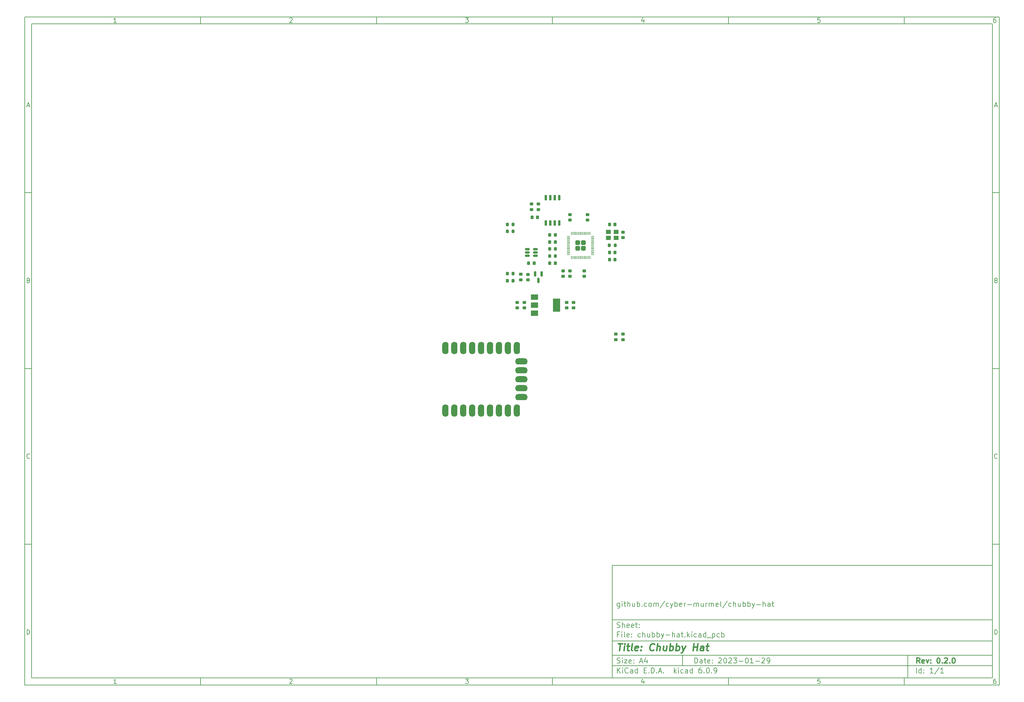
<source format=gbr>
%TF.GenerationSoftware,KiCad,Pcbnew,6.0.9*%
%TF.CreationDate,2023-01-30T01:56:59+01:00*%
%TF.ProjectId,chubby-hat,63687562-6279-42d6-9861-742e6b696361,0.2.0*%
%TF.SameCoordinates,Original*%
%TF.FileFunction,Paste,Bot*%
%TF.FilePolarity,Positive*%
%FSLAX46Y46*%
G04 Gerber Fmt 4.6, Leading zero omitted, Abs format (unit mm)*
G04 Created by KiCad (PCBNEW 6.0.9) date 2023-01-30 01:56:59*
%MOMM*%
%LPD*%
G01*
G04 APERTURE LIST*
G04 Aperture macros list*
%AMRoundRect*
0 Rectangle with rounded corners*
0 $1 Rounding radius*
0 $2 $3 $4 $5 $6 $7 $8 $9 X,Y pos of 4 corners*
0 Add a 4 corners polygon primitive as box body*
4,1,4,$2,$3,$4,$5,$6,$7,$8,$9,$2,$3,0*
0 Add four circle primitives for the rounded corners*
1,1,$1+$1,$2,$3*
1,1,$1+$1,$4,$5*
1,1,$1+$1,$6,$7*
1,1,$1+$1,$8,$9*
0 Add four rect primitives between the rounded corners*
20,1,$1+$1,$2,$3,$4,$5,0*
20,1,$1+$1,$4,$5,$6,$7,0*
20,1,$1+$1,$6,$7,$8,$9,0*
20,1,$1+$1,$8,$9,$2,$3,0*%
G04 Aperture macros list end*
%ADD10C,0.100000*%
%ADD11C,0.150000*%
%ADD12C,0.300000*%
%ADD13C,0.400000*%
%ADD14R,1.400000X1.200000*%
%ADD15RoundRect,0.225000X-0.225000X-0.250000X0.225000X-0.250000X0.225000X0.250000X-0.225000X0.250000X0*%
%ADD16RoundRect,0.200000X-0.200000X-0.275000X0.200000X-0.275000X0.200000X0.275000X-0.200000X0.275000X0*%
%ADD17RoundRect,0.200000X0.200000X0.275000X-0.200000X0.275000X-0.200000X-0.275000X0.200000X-0.275000X0*%
%ADD18RoundRect,0.218750X0.256250X-0.218750X0.256250X0.218750X-0.256250X0.218750X-0.256250X-0.218750X0*%
%ADD19RoundRect,0.225000X0.250000X-0.225000X0.250000X0.225000X-0.250000X0.225000X-0.250000X-0.225000X0*%
%ADD20RoundRect,0.225000X0.225000X0.250000X-0.225000X0.250000X-0.225000X-0.250000X0.225000X-0.250000X0*%
%ADD21RoundRect,0.225000X-0.250000X0.225000X-0.250000X-0.225000X0.250000X-0.225000X0.250000X0.225000X0*%
%ADD22RoundRect,0.150000X0.512500X0.150000X-0.512500X0.150000X-0.512500X-0.150000X0.512500X-0.150000X0*%
%ADD23RoundRect,0.249999X-0.395001X0.395001X-0.395001X-0.395001X0.395001X-0.395001X0.395001X0.395001X0*%
%ADD24RoundRect,0.050000X-0.050000X0.387500X-0.050000X-0.387500X0.050000X-0.387500X0.050000X0.387500X0*%
%ADD25RoundRect,0.050000X-0.387500X0.050000X-0.387500X-0.050000X0.387500X-0.050000X0.387500X0.050000X0*%
%ADD26RoundRect,0.150000X-0.150000X0.650000X-0.150000X-0.650000X0.150000X-0.650000X0.150000X0.650000X0*%
%ADD27R,2.000000X1.500000*%
%ADD28R,2.000000X3.800000*%
%ADD29RoundRect,0.200000X0.275000X-0.200000X0.275000X0.200000X-0.275000X0.200000X-0.275000X-0.200000X0*%
%ADD30O,1.778000X3.556000*%
%ADD31O,3.556000X1.778000*%
%ADD32RoundRect,0.150000X-0.150000X0.587500X-0.150000X-0.587500X0.150000X-0.587500X0.150000X0.587500X0*%
G04 APERTURE END LIST*
D10*
D11*
X177002200Y-166007200D02*
X177002200Y-198007200D01*
X285002200Y-198007200D01*
X285002200Y-166007200D01*
X177002200Y-166007200D01*
D10*
D11*
X10000000Y-10000000D02*
X10000000Y-200007200D01*
X287002200Y-200007200D01*
X287002200Y-10000000D01*
X10000000Y-10000000D01*
D10*
D11*
X12000000Y-12000000D02*
X12000000Y-198007200D01*
X285002200Y-198007200D01*
X285002200Y-12000000D01*
X12000000Y-12000000D01*
D10*
D11*
X60000000Y-12000000D02*
X60000000Y-10000000D01*
D10*
D11*
X110000000Y-12000000D02*
X110000000Y-10000000D01*
D10*
D11*
X160000000Y-12000000D02*
X160000000Y-10000000D01*
D10*
D11*
X210000000Y-12000000D02*
X210000000Y-10000000D01*
D10*
D11*
X260000000Y-12000000D02*
X260000000Y-10000000D01*
D10*
D11*
X36065476Y-11588095D02*
X35322619Y-11588095D01*
X35694047Y-11588095D02*
X35694047Y-10288095D01*
X35570238Y-10473809D01*
X35446428Y-10597619D01*
X35322619Y-10659523D01*
D10*
D11*
X85322619Y-10411904D02*
X85384523Y-10350000D01*
X85508333Y-10288095D01*
X85817857Y-10288095D01*
X85941666Y-10350000D01*
X86003571Y-10411904D01*
X86065476Y-10535714D01*
X86065476Y-10659523D01*
X86003571Y-10845238D01*
X85260714Y-11588095D01*
X86065476Y-11588095D01*
D10*
D11*
X135260714Y-10288095D02*
X136065476Y-10288095D01*
X135632142Y-10783333D01*
X135817857Y-10783333D01*
X135941666Y-10845238D01*
X136003571Y-10907142D01*
X136065476Y-11030952D01*
X136065476Y-11340476D01*
X136003571Y-11464285D01*
X135941666Y-11526190D01*
X135817857Y-11588095D01*
X135446428Y-11588095D01*
X135322619Y-11526190D01*
X135260714Y-11464285D01*
D10*
D11*
X185941666Y-10721428D02*
X185941666Y-11588095D01*
X185632142Y-10226190D02*
X185322619Y-11154761D01*
X186127380Y-11154761D01*
D10*
D11*
X236003571Y-10288095D02*
X235384523Y-10288095D01*
X235322619Y-10907142D01*
X235384523Y-10845238D01*
X235508333Y-10783333D01*
X235817857Y-10783333D01*
X235941666Y-10845238D01*
X236003571Y-10907142D01*
X236065476Y-11030952D01*
X236065476Y-11340476D01*
X236003571Y-11464285D01*
X235941666Y-11526190D01*
X235817857Y-11588095D01*
X235508333Y-11588095D01*
X235384523Y-11526190D01*
X235322619Y-11464285D01*
D10*
D11*
X285941666Y-10288095D02*
X285694047Y-10288095D01*
X285570238Y-10350000D01*
X285508333Y-10411904D01*
X285384523Y-10597619D01*
X285322619Y-10845238D01*
X285322619Y-11340476D01*
X285384523Y-11464285D01*
X285446428Y-11526190D01*
X285570238Y-11588095D01*
X285817857Y-11588095D01*
X285941666Y-11526190D01*
X286003571Y-11464285D01*
X286065476Y-11340476D01*
X286065476Y-11030952D01*
X286003571Y-10907142D01*
X285941666Y-10845238D01*
X285817857Y-10783333D01*
X285570238Y-10783333D01*
X285446428Y-10845238D01*
X285384523Y-10907142D01*
X285322619Y-11030952D01*
D10*
D11*
X60000000Y-198007200D02*
X60000000Y-200007200D01*
D10*
D11*
X110000000Y-198007200D02*
X110000000Y-200007200D01*
D10*
D11*
X160000000Y-198007200D02*
X160000000Y-200007200D01*
D10*
D11*
X210000000Y-198007200D02*
X210000000Y-200007200D01*
D10*
D11*
X260000000Y-198007200D02*
X260000000Y-200007200D01*
D10*
D11*
X36065476Y-199595295D02*
X35322619Y-199595295D01*
X35694047Y-199595295D02*
X35694047Y-198295295D01*
X35570238Y-198481009D01*
X35446428Y-198604819D01*
X35322619Y-198666723D01*
D10*
D11*
X85322619Y-198419104D02*
X85384523Y-198357200D01*
X85508333Y-198295295D01*
X85817857Y-198295295D01*
X85941666Y-198357200D01*
X86003571Y-198419104D01*
X86065476Y-198542914D01*
X86065476Y-198666723D01*
X86003571Y-198852438D01*
X85260714Y-199595295D01*
X86065476Y-199595295D01*
D10*
D11*
X135260714Y-198295295D02*
X136065476Y-198295295D01*
X135632142Y-198790533D01*
X135817857Y-198790533D01*
X135941666Y-198852438D01*
X136003571Y-198914342D01*
X136065476Y-199038152D01*
X136065476Y-199347676D01*
X136003571Y-199471485D01*
X135941666Y-199533390D01*
X135817857Y-199595295D01*
X135446428Y-199595295D01*
X135322619Y-199533390D01*
X135260714Y-199471485D01*
D10*
D11*
X185941666Y-198728628D02*
X185941666Y-199595295D01*
X185632142Y-198233390D02*
X185322619Y-199161961D01*
X186127380Y-199161961D01*
D10*
D11*
X236003571Y-198295295D02*
X235384523Y-198295295D01*
X235322619Y-198914342D01*
X235384523Y-198852438D01*
X235508333Y-198790533D01*
X235817857Y-198790533D01*
X235941666Y-198852438D01*
X236003571Y-198914342D01*
X236065476Y-199038152D01*
X236065476Y-199347676D01*
X236003571Y-199471485D01*
X235941666Y-199533390D01*
X235817857Y-199595295D01*
X235508333Y-199595295D01*
X235384523Y-199533390D01*
X235322619Y-199471485D01*
D10*
D11*
X285941666Y-198295295D02*
X285694047Y-198295295D01*
X285570238Y-198357200D01*
X285508333Y-198419104D01*
X285384523Y-198604819D01*
X285322619Y-198852438D01*
X285322619Y-199347676D01*
X285384523Y-199471485D01*
X285446428Y-199533390D01*
X285570238Y-199595295D01*
X285817857Y-199595295D01*
X285941666Y-199533390D01*
X286003571Y-199471485D01*
X286065476Y-199347676D01*
X286065476Y-199038152D01*
X286003571Y-198914342D01*
X285941666Y-198852438D01*
X285817857Y-198790533D01*
X285570238Y-198790533D01*
X285446428Y-198852438D01*
X285384523Y-198914342D01*
X285322619Y-199038152D01*
D10*
D11*
X10000000Y-60000000D02*
X12000000Y-60000000D01*
D10*
D11*
X10000000Y-110000000D02*
X12000000Y-110000000D01*
D10*
D11*
X10000000Y-160000000D02*
X12000000Y-160000000D01*
D10*
D11*
X10690476Y-35216666D02*
X11309523Y-35216666D01*
X10566666Y-35588095D02*
X11000000Y-34288095D01*
X11433333Y-35588095D01*
D10*
D11*
X11092857Y-84907142D02*
X11278571Y-84969047D01*
X11340476Y-85030952D01*
X11402380Y-85154761D01*
X11402380Y-85340476D01*
X11340476Y-85464285D01*
X11278571Y-85526190D01*
X11154761Y-85588095D01*
X10659523Y-85588095D01*
X10659523Y-84288095D01*
X11092857Y-84288095D01*
X11216666Y-84350000D01*
X11278571Y-84411904D01*
X11340476Y-84535714D01*
X11340476Y-84659523D01*
X11278571Y-84783333D01*
X11216666Y-84845238D01*
X11092857Y-84907142D01*
X10659523Y-84907142D01*
D10*
D11*
X11402380Y-135464285D02*
X11340476Y-135526190D01*
X11154761Y-135588095D01*
X11030952Y-135588095D01*
X10845238Y-135526190D01*
X10721428Y-135402380D01*
X10659523Y-135278571D01*
X10597619Y-135030952D01*
X10597619Y-134845238D01*
X10659523Y-134597619D01*
X10721428Y-134473809D01*
X10845238Y-134350000D01*
X11030952Y-134288095D01*
X11154761Y-134288095D01*
X11340476Y-134350000D01*
X11402380Y-134411904D01*
D10*
D11*
X10659523Y-185588095D02*
X10659523Y-184288095D01*
X10969047Y-184288095D01*
X11154761Y-184350000D01*
X11278571Y-184473809D01*
X11340476Y-184597619D01*
X11402380Y-184845238D01*
X11402380Y-185030952D01*
X11340476Y-185278571D01*
X11278571Y-185402380D01*
X11154761Y-185526190D01*
X10969047Y-185588095D01*
X10659523Y-185588095D01*
D10*
D11*
X287002200Y-60000000D02*
X285002200Y-60000000D01*
D10*
D11*
X287002200Y-110000000D02*
X285002200Y-110000000D01*
D10*
D11*
X287002200Y-160000000D02*
X285002200Y-160000000D01*
D10*
D11*
X285692676Y-35216666D02*
X286311723Y-35216666D01*
X285568866Y-35588095D02*
X286002200Y-34288095D01*
X286435533Y-35588095D01*
D10*
D11*
X286095057Y-84907142D02*
X286280771Y-84969047D01*
X286342676Y-85030952D01*
X286404580Y-85154761D01*
X286404580Y-85340476D01*
X286342676Y-85464285D01*
X286280771Y-85526190D01*
X286156961Y-85588095D01*
X285661723Y-85588095D01*
X285661723Y-84288095D01*
X286095057Y-84288095D01*
X286218866Y-84350000D01*
X286280771Y-84411904D01*
X286342676Y-84535714D01*
X286342676Y-84659523D01*
X286280771Y-84783333D01*
X286218866Y-84845238D01*
X286095057Y-84907142D01*
X285661723Y-84907142D01*
D10*
D11*
X286404580Y-135464285D02*
X286342676Y-135526190D01*
X286156961Y-135588095D01*
X286033152Y-135588095D01*
X285847438Y-135526190D01*
X285723628Y-135402380D01*
X285661723Y-135278571D01*
X285599819Y-135030952D01*
X285599819Y-134845238D01*
X285661723Y-134597619D01*
X285723628Y-134473809D01*
X285847438Y-134350000D01*
X286033152Y-134288095D01*
X286156961Y-134288095D01*
X286342676Y-134350000D01*
X286404580Y-134411904D01*
D10*
D11*
X285661723Y-185588095D02*
X285661723Y-184288095D01*
X285971247Y-184288095D01*
X286156961Y-184350000D01*
X286280771Y-184473809D01*
X286342676Y-184597619D01*
X286404580Y-184845238D01*
X286404580Y-185030952D01*
X286342676Y-185278571D01*
X286280771Y-185402380D01*
X286156961Y-185526190D01*
X285971247Y-185588095D01*
X285661723Y-185588095D01*
D10*
D11*
X200434342Y-193785771D02*
X200434342Y-192285771D01*
X200791485Y-192285771D01*
X201005771Y-192357200D01*
X201148628Y-192500057D01*
X201220057Y-192642914D01*
X201291485Y-192928628D01*
X201291485Y-193142914D01*
X201220057Y-193428628D01*
X201148628Y-193571485D01*
X201005771Y-193714342D01*
X200791485Y-193785771D01*
X200434342Y-193785771D01*
X202577200Y-193785771D02*
X202577200Y-193000057D01*
X202505771Y-192857200D01*
X202362914Y-192785771D01*
X202077200Y-192785771D01*
X201934342Y-192857200D01*
X202577200Y-193714342D02*
X202434342Y-193785771D01*
X202077200Y-193785771D01*
X201934342Y-193714342D01*
X201862914Y-193571485D01*
X201862914Y-193428628D01*
X201934342Y-193285771D01*
X202077200Y-193214342D01*
X202434342Y-193214342D01*
X202577200Y-193142914D01*
X203077200Y-192785771D02*
X203648628Y-192785771D01*
X203291485Y-192285771D02*
X203291485Y-193571485D01*
X203362914Y-193714342D01*
X203505771Y-193785771D01*
X203648628Y-193785771D01*
X204720057Y-193714342D02*
X204577200Y-193785771D01*
X204291485Y-193785771D01*
X204148628Y-193714342D01*
X204077200Y-193571485D01*
X204077200Y-193000057D01*
X204148628Y-192857200D01*
X204291485Y-192785771D01*
X204577200Y-192785771D01*
X204720057Y-192857200D01*
X204791485Y-193000057D01*
X204791485Y-193142914D01*
X204077200Y-193285771D01*
X205434342Y-193642914D02*
X205505771Y-193714342D01*
X205434342Y-193785771D01*
X205362914Y-193714342D01*
X205434342Y-193642914D01*
X205434342Y-193785771D01*
X205434342Y-192857200D02*
X205505771Y-192928628D01*
X205434342Y-193000057D01*
X205362914Y-192928628D01*
X205434342Y-192857200D01*
X205434342Y-193000057D01*
X207220057Y-192428628D02*
X207291485Y-192357200D01*
X207434342Y-192285771D01*
X207791485Y-192285771D01*
X207934342Y-192357200D01*
X208005771Y-192428628D01*
X208077200Y-192571485D01*
X208077200Y-192714342D01*
X208005771Y-192928628D01*
X207148628Y-193785771D01*
X208077200Y-193785771D01*
X209005771Y-192285771D02*
X209148628Y-192285771D01*
X209291485Y-192357200D01*
X209362914Y-192428628D01*
X209434342Y-192571485D01*
X209505771Y-192857200D01*
X209505771Y-193214342D01*
X209434342Y-193500057D01*
X209362914Y-193642914D01*
X209291485Y-193714342D01*
X209148628Y-193785771D01*
X209005771Y-193785771D01*
X208862914Y-193714342D01*
X208791485Y-193642914D01*
X208720057Y-193500057D01*
X208648628Y-193214342D01*
X208648628Y-192857200D01*
X208720057Y-192571485D01*
X208791485Y-192428628D01*
X208862914Y-192357200D01*
X209005771Y-192285771D01*
X210077200Y-192428628D02*
X210148628Y-192357200D01*
X210291485Y-192285771D01*
X210648628Y-192285771D01*
X210791485Y-192357200D01*
X210862914Y-192428628D01*
X210934342Y-192571485D01*
X210934342Y-192714342D01*
X210862914Y-192928628D01*
X210005771Y-193785771D01*
X210934342Y-193785771D01*
X211434342Y-192285771D02*
X212362914Y-192285771D01*
X211862914Y-192857200D01*
X212077200Y-192857200D01*
X212220057Y-192928628D01*
X212291485Y-193000057D01*
X212362914Y-193142914D01*
X212362914Y-193500057D01*
X212291485Y-193642914D01*
X212220057Y-193714342D01*
X212077200Y-193785771D01*
X211648628Y-193785771D01*
X211505771Y-193714342D01*
X211434342Y-193642914D01*
X213005771Y-193214342D02*
X214148628Y-193214342D01*
X215148628Y-192285771D02*
X215291485Y-192285771D01*
X215434342Y-192357200D01*
X215505771Y-192428628D01*
X215577200Y-192571485D01*
X215648628Y-192857200D01*
X215648628Y-193214342D01*
X215577200Y-193500057D01*
X215505771Y-193642914D01*
X215434342Y-193714342D01*
X215291485Y-193785771D01*
X215148628Y-193785771D01*
X215005771Y-193714342D01*
X214934342Y-193642914D01*
X214862914Y-193500057D01*
X214791485Y-193214342D01*
X214791485Y-192857200D01*
X214862914Y-192571485D01*
X214934342Y-192428628D01*
X215005771Y-192357200D01*
X215148628Y-192285771D01*
X217077200Y-193785771D02*
X216220057Y-193785771D01*
X216648628Y-193785771D02*
X216648628Y-192285771D01*
X216505771Y-192500057D01*
X216362914Y-192642914D01*
X216220057Y-192714342D01*
X217720057Y-193214342D02*
X218862914Y-193214342D01*
X219505771Y-192428628D02*
X219577200Y-192357200D01*
X219720057Y-192285771D01*
X220077200Y-192285771D01*
X220220057Y-192357200D01*
X220291485Y-192428628D01*
X220362914Y-192571485D01*
X220362914Y-192714342D01*
X220291485Y-192928628D01*
X219434342Y-193785771D01*
X220362914Y-193785771D01*
X221077200Y-193785771D02*
X221362914Y-193785771D01*
X221505771Y-193714342D01*
X221577200Y-193642914D01*
X221720057Y-193428628D01*
X221791485Y-193142914D01*
X221791485Y-192571485D01*
X221720057Y-192428628D01*
X221648628Y-192357200D01*
X221505771Y-192285771D01*
X221220057Y-192285771D01*
X221077200Y-192357200D01*
X221005771Y-192428628D01*
X220934342Y-192571485D01*
X220934342Y-192928628D01*
X221005771Y-193071485D01*
X221077200Y-193142914D01*
X221220057Y-193214342D01*
X221505771Y-193214342D01*
X221648628Y-193142914D01*
X221720057Y-193071485D01*
X221791485Y-192928628D01*
D10*
D11*
X177002200Y-194507200D02*
X285002200Y-194507200D01*
D10*
D11*
X178434342Y-196585771D02*
X178434342Y-195085771D01*
X179291485Y-196585771D02*
X178648628Y-195728628D01*
X179291485Y-195085771D02*
X178434342Y-195942914D01*
X179934342Y-196585771D02*
X179934342Y-195585771D01*
X179934342Y-195085771D02*
X179862914Y-195157200D01*
X179934342Y-195228628D01*
X180005771Y-195157200D01*
X179934342Y-195085771D01*
X179934342Y-195228628D01*
X181505771Y-196442914D02*
X181434342Y-196514342D01*
X181220057Y-196585771D01*
X181077200Y-196585771D01*
X180862914Y-196514342D01*
X180720057Y-196371485D01*
X180648628Y-196228628D01*
X180577200Y-195942914D01*
X180577200Y-195728628D01*
X180648628Y-195442914D01*
X180720057Y-195300057D01*
X180862914Y-195157200D01*
X181077200Y-195085771D01*
X181220057Y-195085771D01*
X181434342Y-195157200D01*
X181505771Y-195228628D01*
X182791485Y-196585771D02*
X182791485Y-195800057D01*
X182720057Y-195657200D01*
X182577200Y-195585771D01*
X182291485Y-195585771D01*
X182148628Y-195657200D01*
X182791485Y-196514342D02*
X182648628Y-196585771D01*
X182291485Y-196585771D01*
X182148628Y-196514342D01*
X182077200Y-196371485D01*
X182077200Y-196228628D01*
X182148628Y-196085771D01*
X182291485Y-196014342D01*
X182648628Y-196014342D01*
X182791485Y-195942914D01*
X184148628Y-196585771D02*
X184148628Y-195085771D01*
X184148628Y-196514342D02*
X184005771Y-196585771D01*
X183720057Y-196585771D01*
X183577200Y-196514342D01*
X183505771Y-196442914D01*
X183434342Y-196300057D01*
X183434342Y-195871485D01*
X183505771Y-195728628D01*
X183577200Y-195657200D01*
X183720057Y-195585771D01*
X184005771Y-195585771D01*
X184148628Y-195657200D01*
X186005771Y-195800057D02*
X186505771Y-195800057D01*
X186720057Y-196585771D02*
X186005771Y-196585771D01*
X186005771Y-195085771D01*
X186720057Y-195085771D01*
X187362914Y-196442914D02*
X187434342Y-196514342D01*
X187362914Y-196585771D01*
X187291485Y-196514342D01*
X187362914Y-196442914D01*
X187362914Y-196585771D01*
X188077200Y-196585771D02*
X188077200Y-195085771D01*
X188434342Y-195085771D01*
X188648628Y-195157200D01*
X188791485Y-195300057D01*
X188862914Y-195442914D01*
X188934342Y-195728628D01*
X188934342Y-195942914D01*
X188862914Y-196228628D01*
X188791485Y-196371485D01*
X188648628Y-196514342D01*
X188434342Y-196585771D01*
X188077200Y-196585771D01*
X189577200Y-196442914D02*
X189648628Y-196514342D01*
X189577200Y-196585771D01*
X189505771Y-196514342D01*
X189577200Y-196442914D01*
X189577200Y-196585771D01*
X190220057Y-196157200D02*
X190934342Y-196157200D01*
X190077200Y-196585771D02*
X190577200Y-195085771D01*
X191077200Y-196585771D01*
X191577200Y-196442914D02*
X191648628Y-196514342D01*
X191577200Y-196585771D01*
X191505771Y-196514342D01*
X191577200Y-196442914D01*
X191577200Y-196585771D01*
X194577200Y-196585771D02*
X194577200Y-195085771D01*
X194720057Y-196014342D02*
X195148628Y-196585771D01*
X195148628Y-195585771D02*
X194577200Y-196157200D01*
X195791485Y-196585771D02*
X195791485Y-195585771D01*
X195791485Y-195085771D02*
X195720057Y-195157200D01*
X195791485Y-195228628D01*
X195862914Y-195157200D01*
X195791485Y-195085771D01*
X195791485Y-195228628D01*
X197148628Y-196514342D02*
X197005771Y-196585771D01*
X196720057Y-196585771D01*
X196577200Y-196514342D01*
X196505771Y-196442914D01*
X196434342Y-196300057D01*
X196434342Y-195871485D01*
X196505771Y-195728628D01*
X196577200Y-195657200D01*
X196720057Y-195585771D01*
X197005771Y-195585771D01*
X197148628Y-195657200D01*
X198434342Y-196585771D02*
X198434342Y-195800057D01*
X198362914Y-195657200D01*
X198220057Y-195585771D01*
X197934342Y-195585771D01*
X197791485Y-195657200D01*
X198434342Y-196514342D02*
X198291485Y-196585771D01*
X197934342Y-196585771D01*
X197791485Y-196514342D01*
X197720057Y-196371485D01*
X197720057Y-196228628D01*
X197791485Y-196085771D01*
X197934342Y-196014342D01*
X198291485Y-196014342D01*
X198434342Y-195942914D01*
X199791485Y-196585771D02*
X199791485Y-195085771D01*
X199791485Y-196514342D02*
X199648628Y-196585771D01*
X199362914Y-196585771D01*
X199220057Y-196514342D01*
X199148628Y-196442914D01*
X199077200Y-196300057D01*
X199077200Y-195871485D01*
X199148628Y-195728628D01*
X199220057Y-195657200D01*
X199362914Y-195585771D01*
X199648628Y-195585771D01*
X199791485Y-195657200D01*
X202291485Y-195085771D02*
X202005771Y-195085771D01*
X201862914Y-195157200D01*
X201791485Y-195228628D01*
X201648628Y-195442914D01*
X201577200Y-195728628D01*
X201577200Y-196300057D01*
X201648628Y-196442914D01*
X201720057Y-196514342D01*
X201862914Y-196585771D01*
X202148628Y-196585771D01*
X202291485Y-196514342D01*
X202362914Y-196442914D01*
X202434342Y-196300057D01*
X202434342Y-195942914D01*
X202362914Y-195800057D01*
X202291485Y-195728628D01*
X202148628Y-195657200D01*
X201862914Y-195657200D01*
X201720057Y-195728628D01*
X201648628Y-195800057D01*
X201577200Y-195942914D01*
X203077200Y-196442914D02*
X203148628Y-196514342D01*
X203077200Y-196585771D01*
X203005771Y-196514342D01*
X203077200Y-196442914D01*
X203077200Y-196585771D01*
X204077200Y-195085771D02*
X204220057Y-195085771D01*
X204362914Y-195157200D01*
X204434342Y-195228628D01*
X204505771Y-195371485D01*
X204577200Y-195657200D01*
X204577200Y-196014342D01*
X204505771Y-196300057D01*
X204434342Y-196442914D01*
X204362914Y-196514342D01*
X204220057Y-196585771D01*
X204077200Y-196585771D01*
X203934342Y-196514342D01*
X203862914Y-196442914D01*
X203791485Y-196300057D01*
X203720057Y-196014342D01*
X203720057Y-195657200D01*
X203791485Y-195371485D01*
X203862914Y-195228628D01*
X203934342Y-195157200D01*
X204077200Y-195085771D01*
X205220057Y-196442914D02*
X205291485Y-196514342D01*
X205220057Y-196585771D01*
X205148628Y-196514342D01*
X205220057Y-196442914D01*
X205220057Y-196585771D01*
X206005771Y-196585771D02*
X206291485Y-196585771D01*
X206434342Y-196514342D01*
X206505771Y-196442914D01*
X206648628Y-196228628D01*
X206720057Y-195942914D01*
X206720057Y-195371485D01*
X206648628Y-195228628D01*
X206577200Y-195157200D01*
X206434342Y-195085771D01*
X206148628Y-195085771D01*
X206005771Y-195157200D01*
X205934342Y-195228628D01*
X205862914Y-195371485D01*
X205862914Y-195728628D01*
X205934342Y-195871485D01*
X206005771Y-195942914D01*
X206148628Y-196014342D01*
X206434342Y-196014342D01*
X206577200Y-195942914D01*
X206648628Y-195871485D01*
X206720057Y-195728628D01*
D10*
D11*
X177002200Y-191507200D02*
X285002200Y-191507200D01*
D10*
D12*
X264411485Y-193785771D02*
X263911485Y-193071485D01*
X263554342Y-193785771D02*
X263554342Y-192285771D01*
X264125771Y-192285771D01*
X264268628Y-192357200D01*
X264340057Y-192428628D01*
X264411485Y-192571485D01*
X264411485Y-192785771D01*
X264340057Y-192928628D01*
X264268628Y-193000057D01*
X264125771Y-193071485D01*
X263554342Y-193071485D01*
X265625771Y-193714342D02*
X265482914Y-193785771D01*
X265197200Y-193785771D01*
X265054342Y-193714342D01*
X264982914Y-193571485D01*
X264982914Y-193000057D01*
X265054342Y-192857200D01*
X265197200Y-192785771D01*
X265482914Y-192785771D01*
X265625771Y-192857200D01*
X265697200Y-193000057D01*
X265697200Y-193142914D01*
X264982914Y-193285771D01*
X266197200Y-192785771D02*
X266554342Y-193785771D01*
X266911485Y-192785771D01*
X267482914Y-193642914D02*
X267554342Y-193714342D01*
X267482914Y-193785771D01*
X267411485Y-193714342D01*
X267482914Y-193642914D01*
X267482914Y-193785771D01*
X267482914Y-192857200D02*
X267554342Y-192928628D01*
X267482914Y-193000057D01*
X267411485Y-192928628D01*
X267482914Y-192857200D01*
X267482914Y-193000057D01*
X269625771Y-192285771D02*
X269768628Y-192285771D01*
X269911485Y-192357200D01*
X269982914Y-192428628D01*
X270054342Y-192571485D01*
X270125771Y-192857200D01*
X270125771Y-193214342D01*
X270054342Y-193500057D01*
X269982914Y-193642914D01*
X269911485Y-193714342D01*
X269768628Y-193785771D01*
X269625771Y-193785771D01*
X269482914Y-193714342D01*
X269411485Y-193642914D01*
X269340057Y-193500057D01*
X269268628Y-193214342D01*
X269268628Y-192857200D01*
X269340057Y-192571485D01*
X269411485Y-192428628D01*
X269482914Y-192357200D01*
X269625771Y-192285771D01*
X270768628Y-193642914D02*
X270840057Y-193714342D01*
X270768628Y-193785771D01*
X270697200Y-193714342D01*
X270768628Y-193642914D01*
X270768628Y-193785771D01*
X271411485Y-192428628D02*
X271482914Y-192357200D01*
X271625771Y-192285771D01*
X271982914Y-192285771D01*
X272125771Y-192357200D01*
X272197200Y-192428628D01*
X272268628Y-192571485D01*
X272268628Y-192714342D01*
X272197200Y-192928628D01*
X271340057Y-193785771D01*
X272268628Y-193785771D01*
X272911485Y-193642914D02*
X272982914Y-193714342D01*
X272911485Y-193785771D01*
X272840057Y-193714342D01*
X272911485Y-193642914D01*
X272911485Y-193785771D01*
X273911485Y-192285771D02*
X274054342Y-192285771D01*
X274197200Y-192357200D01*
X274268628Y-192428628D01*
X274340057Y-192571485D01*
X274411485Y-192857200D01*
X274411485Y-193214342D01*
X274340057Y-193500057D01*
X274268628Y-193642914D01*
X274197200Y-193714342D01*
X274054342Y-193785771D01*
X273911485Y-193785771D01*
X273768628Y-193714342D01*
X273697200Y-193642914D01*
X273625771Y-193500057D01*
X273554342Y-193214342D01*
X273554342Y-192857200D01*
X273625771Y-192571485D01*
X273697200Y-192428628D01*
X273768628Y-192357200D01*
X273911485Y-192285771D01*
D10*
D11*
X178362914Y-193714342D02*
X178577200Y-193785771D01*
X178934342Y-193785771D01*
X179077200Y-193714342D01*
X179148628Y-193642914D01*
X179220057Y-193500057D01*
X179220057Y-193357200D01*
X179148628Y-193214342D01*
X179077200Y-193142914D01*
X178934342Y-193071485D01*
X178648628Y-193000057D01*
X178505771Y-192928628D01*
X178434342Y-192857200D01*
X178362914Y-192714342D01*
X178362914Y-192571485D01*
X178434342Y-192428628D01*
X178505771Y-192357200D01*
X178648628Y-192285771D01*
X179005771Y-192285771D01*
X179220057Y-192357200D01*
X179862914Y-193785771D02*
X179862914Y-192785771D01*
X179862914Y-192285771D02*
X179791485Y-192357200D01*
X179862914Y-192428628D01*
X179934342Y-192357200D01*
X179862914Y-192285771D01*
X179862914Y-192428628D01*
X180434342Y-192785771D02*
X181220057Y-192785771D01*
X180434342Y-193785771D01*
X181220057Y-193785771D01*
X182362914Y-193714342D02*
X182220057Y-193785771D01*
X181934342Y-193785771D01*
X181791485Y-193714342D01*
X181720057Y-193571485D01*
X181720057Y-193000057D01*
X181791485Y-192857200D01*
X181934342Y-192785771D01*
X182220057Y-192785771D01*
X182362914Y-192857200D01*
X182434342Y-193000057D01*
X182434342Y-193142914D01*
X181720057Y-193285771D01*
X183077200Y-193642914D02*
X183148628Y-193714342D01*
X183077200Y-193785771D01*
X183005771Y-193714342D01*
X183077200Y-193642914D01*
X183077200Y-193785771D01*
X183077200Y-192857200D02*
X183148628Y-192928628D01*
X183077200Y-193000057D01*
X183005771Y-192928628D01*
X183077200Y-192857200D01*
X183077200Y-193000057D01*
X184862914Y-193357200D02*
X185577200Y-193357200D01*
X184720057Y-193785771D02*
X185220057Y-192285771D01*
X185720057Y-193785771D01*
X186862914Y-192785771D02*
X186862914Y-193785771D01*
X186505771Y-192214342D02*
X186148628Y-193285771D01*
X187077200Y-193285771D01*
D10*
D11*
X263434342Y-196585771D02*
X263434342Y-195085771D01*
X264791485Y-196585771D02*
X264791485Y-195085771D01*
X264791485Y-196514342D02*
X264648628Y-196585771D01*
X264362914Y-196585771D01*
X264220057Y-196514342D01*
X264148628Y-196442914D01*
X264077200Y-196300057D01*
X264077200Y-195871485D01*
X264148628Y-195728628D01*
X264220057Y-195657200D01*
X264362914Y-195585771D01*
X264648628Y-195585771D01*
X264791485Y-195657200D01*
X265505771Y-196442914D02*
X265577200Y-196514342D01*
X265505771Y-196585771D01*
X265434342Y-196514342D01*
X265505771Y-196442914D01*
X265505771Y-196585771D01*
X265505771Y-195657200D02*
X265577200Y-195728628D01*
X265505771Y-195800057D01*
X265434342Y-195728628D01*
X265505771Y-195657200D01*
X265505771Y-195800057D01*
X268148628Y-196585771D02*
X267291485Y-196585771D01*
X267720057Y-196585771D02*
X267720057Y-195085771D01*
X267577200Y-195300057D01*
X267434342Y-195442914D01*
X267291485Y-195514342D01*
X269862914Y-195014342D02*
X268577200Y-196942914D01*
X271148628Y-196585771D02*
X270291485Y-196585771D01*
X270720057Y-196585771D02*
X270720057Y-195085771D01*
X270577200Y-195300057D01*
X270434342Y-195442914D01*
X270291485Y-195514342D01*
D10*
D11*
X177002200Y-187507200D02*
X285002200Y-187507200D01*
D10*
D13*
X178714580Y-188211961D02*
X179857438Y-188211961D01*
X179036009Y-190211961D02*
X179286009Y-188211961D01*
X180274104Y-190211961D02*
X180440771Y-188878628D01*
X180524104Y-188211961D02*
X180416961Y-188307200D01*
X180500295Y-188402438D01*
X180607438Y-188307200D01*
X180524104Y-188211961D01*
X180500295Y-188402438D01*
X181107438Y-188878628D02*
X181869342Y-188878628D01*
X181476485Y-188211961D02*
X181262200Y-189926247D01*
X181333628Y-190116723D01*
X181512200Y-190211961D01*
X181702676Y-190211961D01*
X182655057Y-190211961D02*
X182476485Y-190116723D01*
X182405057Y-189926247D01*
X182619342Y-188211961D01*
X184190771Y-190116723D02*
X183988390Y-190211961D01*
X183607438Y-190211961D01*
X183428866Y-190116723D01*
X183357438Y-189926247D01*
X183452676Y-189164342D01*
X183571723Y-188973866D01*
X183774104Y-188878628D01*
X184155057Y-188878628D01*
X184333628Y-188973866D01*
X184405057Y-189164342D01*
X184381247Y-189354819D01*
X183405057Y-189545295D01*
X185155057Y-190021485D02*
X185238390Y-190116723D01*
X185131247Y-190211961D01*
X185047914Y-190116723D01*
X185155057Y-190021485D01*
X185131247Y-190211961D01*
X185286009Y-188973866D02*
X185369342Y-189069104D01*
X185262200Y-189164342D01*
X185178866Y-189069104D01*
X185286009Y-188973866D01*
X185262200Y-189164342D01*
X188774104Y-190021485D02*
X188666961Y-190116723D01*
X188369342Y-190211961D01*
X188178866Y-190211961D01*
X187905057Y-190116723D01*
X187738390Y-189926247D01*
X187666961Y-189735771D01*
X187619342Y-189354819D01*
X187655057Y-189069104D01*
X187797914Y-188688152D01*
X187916961Y-188497676D01*
X188131247Y-188307200D01*
X188428866Y-188211961D01*
X188619342Y-188211961D01*
X188893152Y-188307200D01*
X188976485Y-188402438D01*
X189607438Y-190211961D02*
X189857438Y-188211961D01*
X190464580Y-190211961D02*
X190595533Y-189164342D01*
X190524104Y-188973866D01*
X190345533Y-188878628D01*
X190059819Y-188878628D01*
X189857438Y-188973866D01*
X189750295Y-189069104D01*
X192440771Y-188878628D02*
X192274104Y-190211961D01*
X191583628Y-188878628D02*
X191452676Y-189926247D01*
X191524104Y-190116723D01*
X191702676Y-190211961D01*
X191988390Y-190211961D01*
X192190771Y-190116723D01*
X192297914Y-190021485D01*
X193226485Y-190211961D02*
X193476485Y-188211961D01*
X193381247Y-188973866D02*
X193583628Y-188878628D01*
X193964580Y-188878628D01*
X194143152Y-188973866D01*
X194226485Y-189069104D01*
X194297914Y-189259580D01*
X194226485Y-189831009D01*
X194107438Y-190021485D01*
X194000295Y-190116723D01*
X193797914Y-190211961D01*
X193416961Y-190211961D01*
X193238390Y-190116723D01*
X195036009Y-190211961D02*
X195286009Y-188211961D01*
X195190771Y-188973866D02*
X195393152Y-188878628D01*
X195774104Y-188878628D01*
X195952676Y-188973866D01*
X196036009Y-189069104D01*
X196107438Y-189259580D01*
X196036009Y-189831009D01*
X195916961Y-190021485D01*
X195809819Y-190116723D01*
X195607438Y-190211961D01*
X195226485Y-190211961D01*
X195047914Y-190116723D01*
X196821723Y-188878628D02*
X197131247Y-190211961D01*
X197774104Y-188878628D02*
X197131247Y-190211961D01*
X196881247Y-190688152D01*
X196774104Y-190783390D01*
X196571723Y-190878628D01*
X199893152Y-190211961D02*
X200143152Y-188211961D01*
X200024104Y-189164342D02*
X201166961Y-189164342D01*
X201036009Y-190211961D02*
X201286009Y-188211961D01*
X202845533Y-190211961D02*
X202976485Y-189164342D01*
X202905057Y-188973866D01*
X202726485Y-188878628D01*
X202345533Y-188878628D01*
X202143152Y-188973866D01*
X202857438Y-190116723D02*
X202655057Y-190211961D01*
X202178866Y-190211961D01*
X202000295Y-190116723D01*
X201928866Y-189926247D01*
X201952676Y-189735771D01*
X202071723Y-189545295D01*
X202274104Y-189450057D01*
X202750295Y-189450057D01*
X202952676Y-189354819D01*
X203678866Y-188878628D02*
X204440771Y-188878628D01*
X204047914Y-188211961D02*
X203833628Y-189926247D01*
X203905057Y-190116723D01*
X204083628Y-190211961D01*
X204274104Y-190211961D01*
D10*
D11*
X178934342Y-185600057D02*
X178434342Y-185600057D01*
X178434342Y-186385771D02*
X178434342Y-184885771D01*
X179148628Y-184885771D01*
X179720057Y-186385771D02*
X179720057Y-185385771D01*
X179720057Y-184885771D02*
X179648628Y-184957200D01*
X179720057Y-185028628D01*
X179791485Y-184957200D01*
X179720057Y-184885771D01*
X179720057Y-185028628D01*
X180648628Y-186385771D02*
X180505771Y-186314342D01*
X180434342Y-186171485D01*
X180434342Y-184885771D01*
X181791485Y-186314342D02*
X181648628Y-186385771D01*
X181362914Y-186385771D01*
X181220057Y-186314342D01*
X181148628Y-186171485D01*
X181148628Y-185600057D01*
X181220057Y-185457200D01*
X181362914Y-185385771D01*
X181648628Y-185385771D01*
X181791485Y-185457200D01*
X181862914Y-185600057D01*
X181862914Y-185742914D01*
X181148628Y-185885771D01*
X182505771Y-186242914D02*
X182577200Y-186314342D01*
X182505771Y-186385771D01*
X182434342Y-186314342D01*
X182505771Y-186242914D01*
X182505771Y-186385771D01*
X182505771Y-185457200D02*
X182577200Y-185528628D01*
X182505771Y-185600057D01*
X182434342Y-185528628D01*
X182505771Y-185457200D01*
X182505771Y-185600057D01*
X185005771Y-186314342D02*
X184862914Y-186385771D01*
X184577200Y-186385771D01*
X184434342Y-186314342D01*
X184362914Y-186242914D01*
X184291485Y-186100057D01*
X184291485Y-185671485D01*
X184362914Y-185528628D01*
X184434342Y-185457200D01*
X184577200Y-185385771D01*
X184862914Y-185385771D01*
X185005771Y-185457200D01*
X185648628Y-186385771D02*
X185648628Y-184885771D01*
X186291485Y-186385771D02*
X186291485Y-185600057D01*
X186220057Y-185457200D01*
X186077200Y-185385771D01*
X185862914Y-185385771D01*
X185720057Y-185457200D01*
X185648628Y-185528628D01*
X187648628Y-185385771D02*
X187648628Y-186385771D01*
X187005771Y-185385771D02*
X187005771Y-186171485D01*
X187077200Y-186314342D01*
X187220057Y-186385771D01*
X187434342Y-186385771D01*
X187577200Y-186314342D01*
X187648628Y-186242914D01*
X188362914Y-186385771D02*
X188362914Y-184885771D01*
X188362914Y-185457200D02*
X188505771Y-185385771D01*
X188791485Y-185385771D01*
X188934342Y-185457200D01*
X189005771Y-185528628D01*
X189077200Y-185671485D01*
X189077200Y-186100057D01*
X189005771Y-186242914D01*
X188934342Y-186314342D01*
X188791485Y-186385771D01*
X188505771Y-186385771D01*
X188362914Y-186314342D01*
X189720057Y-186385771D02*
X189720057Y-184885771D01*
X189720057Y-185457200D02*
X189862914Y-185385771D01*
X190148628Y-185385771D01*
X190291485Y-185457200D01*
X190362914Y-185528628D01*
X190434342Y-185671485D01*
X190434342Y-186100057D01*
X190362914Y-186242914D01*
X190291485Y-186314342D01*
X190148628Y-186385771D01*
X189862914Y-186385771D01*
X189720057Y-186314342D01*
X190934342Y-185385771D02*
X191291485Y-186385771D01*
X191648628Y-185385771D02*
X191291485Y-186385771D01*
X191148628Y-186742914D01*
X191077200Y-186814342D01*
X190934342Y-186885771D01*
X192220057Y-185814342D02*
X193362914Y-185814342D01*
X194077200Y-186385771D02*
X194077200Y-184885771D01*
X194720057Y-186385771D02*
X194720057Y-185600057D01*
X194648628Y-185457200D01*
X194505771Y-185385771D01*
X194291485Y-185385771D01*
X194148628Y-185457200D01*
X194077200Y-185528628D01*
X196077200Y-186385771D02*
X196077200Y-185600057D01*
X196005771Y-185457200D01*
X195862914Y-185385771D01*
X195577200Y-185385771D01*
X195434342Y-185457200D01*
X196077200Y-186314342D02*
X195934342Y-186385771D01*
X195577200Y-186385771D01*
X195434342Y-186314342D01*
X195362914Y-186171485D01*
X195362914Y-186028628D01*
X195434342Y-185885771D01*
X195577200Y-185814342D01*
X195934342Y-185814342D01*
X196077200Y-185742914D01*
X196577200Y-185385771D02*
X197148628Y-185385771D01*
X196791485Y-184885771D02*
X196791485Y-186171485D01*
X196862914Y-186314342D01*
X197005771Y-186385771D01*
X197148628Y-186385771D01*
X197648628Y-186242914D02*
X197720057Y-186314342D01*
X197648628Y-186385771D01*
X197577200Y-186314342D01*
X197648628Y-186242914D01*
X197648628Y-186385771D01*
X198362914Y-186385771D02*
X198362914Y-184885771D01*
X198505771Y-185814342D02*
X198934342Y-186385771D01*
X198934342Y-185385771D02*
X198362914Y-185957200D01*
X199577200Y-186385771D02*
X199577200Y-185385771D01*
X199577200Y-184885771D02*
X199505771Y-184957200D01*
X199577200Y-185028628D01*
X199648628Y-184957200D01*
X199577200Y-184885771D01*
X199577200Y-185028628D01*
X200934342Y-186314342D02*
X200791485Y-186385771D01*
X200505771Y-186385771D01*
X200362914Y-186314342D01*
X200291485Y-186242914D01*
X200220057Y-186100057D01*
X200220057Y-185671485D01*
X200291485Y-185528628D01*
X200362914Y-185457200D01*
X200505771Y-185385771D01*
X200791485Y-185385771D01*
X200934342Y-185457200D01*
X202220057Y-186385771D02*
X202220057Y-185600057D01*
X202148628Y-185457200D01*
X202005771Y-185385771D01*
X201720057Y-185385771D01*
X201577200Y-185457200D01*
X202220057Y-186314342D02*
X202077200Y-186385771D01*
X201720057Y-186385771D01*
X201577200Y-186314342D01*
X201505771Y-186171485D01*
X201505771Y-186028628D01*
X201577200Y-185885771D01*
X201720057Y-185814342D01*
X202077200Y-185814342D01*
X202220057Y-185742914D01*
X203577200Y-186385771D02*
X203577200Y-184885771D01*
X203577200Y-186314342D02*
X203434342Y-186385771D01*
X203148628Y-186385771D01*
X203005771Y-186314342D01*
X202934342Y-186242914D01*
X202862914Y-186100057D01*
X202862914Y-185671485D01*
X202934342Y-185528628D01*
X203005771Y-185457200D01*
X203148628Y-185385771D01*
X203434342Y-185385771D01*
X203577200Y-185457200D01*
X203934342Y-186528628D02*
X205077200Y-186528628D01*
X205434342Y-185385771D02*
X205434342Y-186885771D01*
X205434342Y-185457200D02*
X205577200Y-185385771D01*
X205862914Y-185385771D01*
X206005771Y-185457200D01*
X206077200Y-185528628D01*
X206148628Y-185671485D01*
X206148628Y-186100057D01*
X206077200Y-186242914D01*
X206005771Y-186314342D01*
X205862914Y-186385771D01*
X205577200Y-186385771D01*
X205434342Y-186314342D01*
X207434342Y-186314342D02*
X207291485Y-186385771D01*
X207005771Y-186385771D01*
X206862914Y-186314342D01*
X206791485Y-186242914D01*
X206720057Y-186100057D01*
X206720057Y-185671485D01*
X206791485Y-185528628D01*
X206862914Y-185457200D01*
X207005771Y-185385771D01*
X207291485Y-185385771D01*
X207434342Y-185457200D01*
X208077200Y-186385771D02*
X208077200Y-184885771D01*
X208077200Y-185457200D02*
X208220057Y-185385771D01*
X208505771Y-185385771D01*
X208648628Y-185457200D01*
X208720057Y-185528628D01*
X208791485Y-185671485D01*
X208791485Y-186100057D01*
X208720057Y-186242914D01*
X208648628Y-186314342D01*
X208505771Y-186385771D01*
X208220057Y-186385771D01*
X208077200Y-186314342D01*
D10*
D11*
X177002200Y-181507200D02*
X285002200Y-181507200D01*
D10*
D11*
X178362914Y-183614342D02*
X178577200Y-183685771D01*
X178934342Y-183685771D01*
X179077200Y-183614342D01*
X179148628Y-183542914D01*
X179220057Y-183400057D01*
X179220057Y-183257200D01*
X179148628Y-183114342D01*
X179077200Y-183042914D01*
X178934342Y-182971485D01*
X178648628Y-182900057D01*
X178505771Y-182828628D01*
X178434342Y-182757200D01*
X178362914Y-182614342D01*
X178362914Y-182471485D01*
X178434342Y-182328628D01*
X178505771Y-182257200D01*
X178648628Y-182185771D01*
X179005771Y-182185771D01*
X179220057Y-182257200D01*
X179862914Y-183685771D02*
X179862914Y-182185771D01*
X180505771Y-183685771D02*
X180505771Y-182900057D01*
X180434342Y-182757200D01*
X180291485Y-182685771D01*
X180077200Y-182685771D01*
X179934342Y-182757200D01*
X179862914Y-182828628D01*
X181791485Y-183614342D02*
X181648628Y-183685771D01*
X181362914Y-183685771D01*
X181220057Y-183614342D01*
X181148628Y-183471485D01*
X181148628Y-182900057D01*
X181220057Y-182757200D01*
X181362914Y-182685771D01*
X181648628Y-182685771D01*
X181791485Y-182757200D01*
X181862914Y-182900057D01*
X181862914Y-183042914D01*
X181148628Y-183185771D01*
X183077200Y-183614342D02*
X182934342Y-183685771D01*
X182648628Y-183685771D01*
X182505771Y-183614342D01*
X182434342Y-183471485D01*
X182434342Y-182900057D01*
X182505771Y-182757200D01*
X182648628Y-182685771D01*
X182934342Y-182685771D01*
X183077200Y-182757200D01*
X183148628Y-182900057D01*
X183148628Y-183042914D01*
X182434342Y-183185771D01*
X183577200Y-182685771D02*
X184148628Y-182685771D01*
X183791485Y-182185771D02*
X183791485Y-183471485D01*
X183862914Y-183614342D01*
X184005771Y-183685771D01*
X184148628Y-183685771D01*
X184648628Y-183542914D02*
X184720057Y-183614342D01*
X184648628Y-183685771D01*
X184577200Y-183614342D01*
X184648628Y-183542914D01*
X184648628Y-183685771D01*
X184648628Y-182757200D02*
X184720057Y-182828628D01*
X184648628Y-182900057D01*
X184577200Y-182828628D01*
X184648628Y-182757200D01*
X184648628Y-182900057D01*
D10*
D12*
D10*
D11*
X179077200Y-176685771D02*
X179077200Y-177900057D01*
X179005771Y-178042914D01*
X178934342Y-178114342D01*
X178791485Y-178185771D01*
X178577200Y-178185771D01*
X178434342Y-178114342D01*
X179077200Y-177614342D02*
X178934342Y-177685771D01*
X178648628Y-177685771D01*
X178505771Y-177614342D01*
X178434342Y-177542914D01*
X178362914Y-177400057D01*
X178362914Y-176971485D01*
X178434342Y-176828628D01*
X178505771Y-176757200D01*
X178648628Y-176685771D01*
X178934342Y-176685771D01*
X179077200Y-176757200D01*
X179791485Y-177685771D02*
X179791485Y-176685771D01*
X179791485Y-176185771D02*
X179720057Y-176257200D01*
X179791485Y-176328628D01*
X179862914Y-176257200D01*
X179791485Y-176185771D01*
X179791485Y-176328628D01*
X180291485Y-176685771D02*
X180862914Y-176685771D01*
X180505771Y-176185771D02*
X180505771Y-177471485D01*
X180577200Y-177614342D01*
X180720057Y-177685771D01*
X180862914Y-177685771D01*
X181362914Y-177685771D02*
X181362914Y-176185771D01*
X182005771Y-177685771D02*
X182005771Y-176900057D01*
X181934342Y-176757200D01*
X181791485Y-176685771D01*
X181577200Y-176685771D01*
X181434342Y-176757200D01*
X181362914Y-176828628D01*
X183362914Y-176685771D02*
X183362914Y-177685771D01*
X182720057Y-176685771D02*
X182720057Y-177471485D01*
X182791485Y-177614342D01*
X182934342Y-177685771D01*
X183148628Y-177685771D01*
X183291485Y-177614342D01*
X183362914Y-177542914D01*
X184077200Y-177685771D02*
X184077200Y-176185771D01*
X184077200Y-176757200D02*
X184220057Y-176685771D01*
X184505771Y-176685771D01*
X184648628Y-176757200D01*
X184720057Y-176828628D01*
X184791485Y-176971485D01*
X184791485Y-177400057D01*
X184720057Y-177542914D01*
X184648628Y-177614342D01*
X184505771Y-177685771D01*
X184220057Y-177685771D01*
X184077200Y-177614342D01*
X185434342Y-177542914D02*
X185505771Y-177614342D01*
X185434342Y-177685771D01*
X185362914Y-177614342D01*
X185434342Y-177542914D01*
X185434342Y-177685771D01*
X186791485Y-177614342D02*
X186648628Y-177685771D01*
X186362914Y-177685771D01*
X186220057Y-177614342D01*
X186148628Y-177542914D01*
X186077200Y-177400057D01*
X186077200Y-176971485D01*
X186148628Y-176828628D01*
X186220057Y-176757200D01*
X186362914Y-176685771D01*
X186648628Y-176685771D01*
X186791485Y-176757200D01*
X187648628Y-177685771D02*
X187505771Y-177614342D01*
X187434342Y-177542914D01*
X187362914Y-177400057D01*
X187362914Y-176971485D01*
X187434342Y-176828628D01*
X187505771Y-176757200D01*
X187648628Y-176685771D01*
X187862914Y-176685771D01*
X188005771Y-176757200D01*
X188077200Y-176828628D01*
X188148628Y-176971485D01*
X188148628Y-177400057D01*
X188077200Y-177542914D01*
X188005771Y-177614342D01*
X187862914Y-177685771D01*
X187648628Y-177685771D01*
X188791485Y-177685771D02*
X188791485Y-176685771D01*
X188791485Y-176828628D02*
X188862914Y-176757200D01*
X189005771Y-176685771D01*
X189220057Y-176685771D01*
X189362914Y-176757200D01*
X189434342Y-176900057D01*
X189434342Y-177685771D01*
X189434342Y-176900057D02*
X189505771Y-176757200D01*
X189648628Y-176685771D01*
X189862914Y-176685771D01*
X190005771Y-176757200D01*
X190077200Y-176900057D01*
X190077200Y-177685771D01*
X191862914Y-176114342D02*
X190577200Y-178042914D01*
X193005771Y-177614342D02*
X192862914Y-177685771D01*
X192577200Y-177685771D01*
X192434342Y-177614342D01*
X192362914Y-177542914D01*
X192291485Y-177400057D01*
X192291485Y-176971485D01*
X192362914Y-176828628D01*
X192434342Y-176757200D01*
X192577200Y-176685771D01*
X192862914Y-176685771D01*
X193005771Y-176757200D01*
X193505771Y-176685771D02*
X193862914Y-177685771D01*
X194220057Y-176685771D02*
X193862914Y-177685771D01*
X193720057Y-178042914D01*
X193648628Y-178114342D01*
X193505771Y-178185771D01*
X194791485Y-177685771D02*
X194791485Y-176185771D01*
X194791485Y-176757200D02*
X194934342Y-176685771D01*
X195220057Y-176685771D01*
X195362914Y-176757200D01*
X195434342Y-176828628D01*
X195505771Y-176971485D01*
X195505771Y-177400057D01*
X195434342Y-177542914D01*
X195362914Y-177614342D01*
X195220057Y-177685771D01*
X194934342Y-177685771D01*
X194791485Y-177614342D01*
X196720057Y-177614342D02*
X196577200Y-177685771D01*
X196291485Y-177685771D01*
X196148628Y-177614342D01*
X196077200Y-177471485D01*
X196077200Y-176900057D01*
X196148628Y-176757200D01*
X196291485Y-176685771D01*
X196577200Y-176685771D01*
X196720057Y-176757200D01*
X196791485Y-176900057D01*
X196791485Y-177042914D01*
X196077200Y-177185771D01*
X197434342Y-177685771D02*
X197434342Y-176685771D01*
X197434342Y-176971485D02*
X197505771Y-176828628D01*
X197577200Y-176757200D01*
X197720057Y-176685771D01*
X197862914Y-176685771D01*
X198362914Y-177114342D02*
X199505771Y-177114342D01*
X200220057Y-177685771D02*
X200220057Y-176685771D01*
X200220057Y-176828628D02*
X200291485Y-176757200D01*
X200434342Y-176685771D01*
X200648628Y-176685771D01*
X200791485Y-176757200D01*
X200862914Y-176900057D01*
X200862914Y-177685771D01*
X200862914Y-176900057D02*
X200934342Y-176757200D01*
X201077200Y-176685771D01*
X201291485Y-176685771D01*
X201434342Y-176757200D01*
X201505771Y-176900057D01*
X201505771Y-177685771D01*
X202862914Y-176685771D02*
X202862914Y-177685771D01*
X202220057Y-176685771D02*
X202220057Y-177471485D01*
X202291485Y-177614342D01*
X202434342Y-177685771D01*
X202648628Y-177685771D01*
X202791485Y-177614342D01*
X202862914Y-177542914D01*
X203577200Y-177685771D02*
X203577200Y-176685771D01*
X203577200Y-176971485D02*
X203648628Y-176828628D01*
X203720057Y-176757200D01*
X203862914Y-176685771D01*
X204005771Y-176685771D01*
X204505771Y-177685771D02*
X204505771Y-176685771D01*
X204505771Y-176828628D02*
X204577200Y-176757200D01*
X204720057Y-176685771D01*
X204934342Y-176685771D01*
X205077200Y-176757200D01*
X205148628Y-176900057D01*
X205148628Y-177685771D01*
X205148628Y-176900057D02*
X205220057Y-176757200D01*
X205362914Y-176685771D01*
X205577200Y-176685771D01*
X205720057Y-176757200D01*
X205791485Y-176900057D01*
X205791485Y-177685771D01*
X207077200Y-177614342D02*
X206934342Y-177685771D01*
X206648628Y-177685771D01*
X206505771Y-177614342D01*
X206434342Y-177471485D01*
X206434342Y-176900057D01*
X206505771Y-176757200D01*
X206648628Y-176685771D01*
X206934342Y-176685771D01*
X207077200Y-176757200D01*
X207148628Y-176900057D01*
X207148628Y-177042914D01*
X206434342Y-177185771D01*
X208005771Y-177685771D02*
X207862914Y-177614342D01*
X207791485Y-177471485D01*
X207791485Y-176185771D01*
X209648628Y-176114342D02*
X208362914Y-178042914D01*
X210791485Y-177614342D02*
X210648628Y-177685771D01*
X210362914Y-177685771D01*
X210220057Y-177614342D01*
X210148628Y-177542914D01*
X210077200Y-177400057D01*
X210077200Y-176971485D01*
X210148628Y-176828628D01*
X210220057Y-176757200D01*
X210362914Y-176685771D01*
X210648628Y-176685771D01*
X210791485Y-176757200D01*
X211434342Y-177685771D02*
X211434342Y-176185771D01*
X212077200Y-177685771D02*
X212077200Y-176900057D01*
X212005771Y-176757200D01*
X211862914Y-176685771D01*
X211648628Y-176685771D01*
X211505771Y-176757200D01*
X211434342Y-176828628D01*
X213434342Y-176685771D02*
X213434342Y-177685771D01*
X212791485Y-176685771D02*
X212791485Y-177471485D01*
X212862914Y-177614342D01*
X213005771Y-177685771D01*
X213220057Y-177685771D01*
X213362914Y-177614342D01*
X213434342Y-177542914D01*
X214148628Y-177685771D02*
X214148628Y-176185771D01*
X214148628Y-176757200D02*
X214291485Y-176685771D01*
X214577200Y-176685771D01*
X214720057Y-176757200D01*
X214791485Y-176828628D01*
X214862914Y-176971485D01*
X214862914Y-177400057D01*
X214791485Y-177542914D01*
X214720057Y-177614342D01*
X214577200Y-177685771D01*
X214291485Y-177685771D01*
X214148628Y-177614342D01*
X215505771Y-177685771D02*
X215505771Y-176185771D01*
X215505771Y-176757200D02*
X215648628Y-176685771D01*
X215934342Y-176685771D01*
X216077200Y-176757200D01*
X216148628Y-176828628D01*
X216220057Y-176971485D01*
X216220057Y-177400057D01*
X216148628Y-177542914D01*
X216077200Y-177614342D01*
X215934342Y-177685771D01*
X215648628Y-177685771D01*
X215505771Y-177614342D01*
X216720057Y-176685771D02*
X217077200Y-177685771D01*
X217434342Y-176685771D02*
X217077200Y-177685771D01*
X216934342Y-178042914D01*
X216862914Y-178114342D01*
X216720057Y-178185771D01*
X218005771Y-177114342D02*
X219148628Y-177114342D01*
X219862914Y-177685771D02*
X219862914Y-176185771D01*
X220505771Y-177685771D02*
X220505771Y-176900057D01*
X220434342Y-176757200D01*
X220291485Y-176685771D01*
X220077200Y-176685771D01*
X219934342Y-176757200D01*
X219862914Y-176828628D01*
X221862914Y-177685771D02*
X221862914Y-176900057D01*
X221791485Y-176757200D01*
X221648628Y-176685771D01*
X221362914Y-176685771D01*
X221220057Y-176757200D01*
X221862914Y-177614342D02*
X221720057Y-177685771D01*
X221362914Y-177685771D01*
X221220057Y-177614342D01*
X221148628Y-177471485D01*
X221148628Y-177328628D01*
X221220057Y-177185771D01*
X221362914Y-177114342D01*
X221720057Y-177114342D01*
X221862914Y-177042914D01*
X222362914Y-176685771D02*
X222934342Y-176685771D01*
X222577200Y-176185771D02*
X222577200Y-177471485D01*
X222648628Y-177614342D01*
X222791485Y-177685771D01*
X222934342Y-177685771D01*
D10*
D11*
D10*
D11*
D10*
D11*
D10*
D11*
X197002200Y-191507200D02*
X197002200Y-194507200D01*
D10*
D11*
X261002200Y-191507200D02*
X261002200Y-198007200D01*
D14*
%TO.C,Y1*%
X178100000Y-72850000D03*
X175900000Y-72850000D03*
X175900000Y-71150000D03*
X178100000Y-71150000D03*
%TD*%
D15*
%TO.C,C5*%
X147225000Y-85000000D03*
X148775000Y-85000000D03*
%TD*%
D16*
%TO.C,R7*%
X159175000Y-78000000D03*
X160825000Y-78000000D03*
%TD*%
D17*
%TO.C,R3*%
X148825000Y-83000000D03*
X147175000Y-83000000D03*
%TD*%
D18*
%TO.C,FB1*%
X150999999Y-84787500D03*
X150999999Y-83212500D03*
%TD*%
D15*
%TO.C,C15*%
X176225000Y-79000000D03*
X177775000Y-79000000D03*
%TD*%
D19*
%TO.C,C8*%
X178000000Y-101775000D03*
X178000000Y-100225000D03*
%TD*%
D20*
%TO.C,C19*%
X160775000Y-74000000D03*
X159225000Y-74000000D03*
%TD*%
%TO.C,C13*%
X160775000Y-72000000D03*
X159225000Y-72000000D03*
%TD*%
%TO.C,C14*%
X160775000Y-80000000D03*
X159225000Y-80000000D03*
%TD*%
D21*
%TO.C,C6*%
X153000000Y-83225000D03*
X153000000Y-84775000D03*
%TD*%
D22*
%TO.C,U3*%
X155137500Y-76050000D03*
X155137500Y-77000000D03*
X155137500Y-77950000D03*
X152862500Y-77950000D03*
X152862500Y-77000000D03*
X152862500Y-76050000D03*
%TD*%
D16*
%TO.C,R2*%
X147175000Y-71000000D03*
X148825000Y-71000000D03*
%TD*%
D19*
%TO.C,C16*%
X165000000Y-67775000D03*
X165000000Y-66225000D03*
%TD*%
D15*
%TO.C,C11*%
X176225000Y-69000000D03*
X177775000Y-69000000D03*
%TD*%
D23*
%TO.C,U5*%
X168800000Y-75800000D03*
X168800000Y-74200000D03*
X167200000Y-75800000D03*
X167200000Y-74200000D03*
D24*
X165400000Y-71562500D03*
X165800000Y-71562500D03*
X166200000Y-71562500D03*
X166600000Y-71562500D03*
X167000000Y-71562500D03*
X167400000Y-71562500D03*
X167800000Y-71562500D03*
X168200000Y-71562500D03*
X168600000Y-71562500D03*
X169000000Y-71562500D03*
X169400000Y-71562500D03*
X169800000Y-71562500D03*
X170200000Y-71562500D03*
X170600000Y-71562500D03*
D25*
X171437500Y-72400000D03*
X171437500Y-72800000D03*
X171437500Y-73200000D03*
X171437500Y-73600000D03*
X171437500Y-74000000D03*
X171437500Y-74400000D03*
X171437500Y-74800000D03*
X171437500Y-75200000D03*
X171437500Y-75600000D03*
X171437500Y-76000000D03*
X171437500Y-76400000D03*
X171437500Y-76800000D03*
X171437500Y-77200000D03*
X171437500Y-77600000D03*
D24*
X170600000Y-78437500D03*
X170200000Y-78437500D03*
X169800000Y-78437500D03*
X169400000Y-78437500D03*
X169000000Y-78437500D03*
X168600000Y-78437500D03*
X168200000Y-78437500D03*
X167800000Y-78437500D03*
X167400000Y-78437500D03*
X167000000Y-78437500D03*
X166600000Y-78437500D03*
X166200000Y-78437500D03*
X165800000Y-78437500D03*
X165400000Y-78437500D03*
D25*
X164562500Y-77600000D03*
X164562500Y-77200000D03*
X164562500Y-76800000D03*
X164562500Y-76400000D03*
X164562500Y-76000000D03*
X164562500Y-75600000D03*
X164562500Y-75200000D03*
X164562500Y-74800000D03*
X164562500Y-74400000D03*
X164562500Y-74000000D03*
X164562500Y-73600000D03*
X164562500Y-73200000D03*
X164562500Y-72800000D03*
X164562500Y-72400000D03*
%TD*%
D20*
%TO.C,C10*%
X155775000Y-67000000D03*
X154225000Y-67000000D03*
%TD*%
%TO.C,C7*%
X154775000Y-80000000D03*
X153225000Y-80000000D03*
%TD*%
D17*
%TO.C,R8*%
X177825000Y-75000000D03*
X176175000Y-75000000D03*
%TD*%
D26*
%TO.C,U4*%
X158095000Y-61400000D03*
X159365000Y-61400000D03*
X160635000Y-61400000D03*
X161905000Y-61400000D03*
X161905000Y-68600000D03*
X160635000Y-68600000D03*
X159365000Y-68600000D03*
X158095000Y-68600000D03*
%TD*%
D27*
%TO.C,U1*%
X154850000Y-94300000D03*
D28*
X161150000Y-92000000D03*
D27*
X154850000Y-92000000D03*
X154850000Y-89700000D03*
%TD*%
D29*
%TO.C,R5*%
X154000000Y-64825000D03*
X154000000Y-63175000D03*
%TD*%
D15*
%TO.C,C17*%
X176225000Y-77000000D03*
X177775000Y-77000000D03*
%TD*%
D19*
%TO.C,C12*%
X180000000Y-72775000D03*
X180000000Y-71225000D03*
%TD*%
D17*
%TO.C,R6*%
X160825000Y-76000000D03*
X159175000Y-76000000D03*
%TD*%
D19*
%TO.C,C9*%
X180000000Y-101775000D03*
X180000000Y-100225000D03*
%TD*%
D30*
%TO.C,U2*%
X129540000Y-104140000D03*
X132080000Y-104140000D03*
X134620000Y-104140000D03*
X137160000Y-104140000D03*
X139700000Y-104140000D03*
X142240000Y-104140000D03*
X144780000Y-104140000D03*
X147320000Y-104140000D03*
X149860000Y-104140000D03*
D31*
X151130000Y-107950000D03*
X151130000Y-110490000D03*
X151130000Y-113030000D03*
X151130000Y-115570000D03*
X151130000Y-118110000D03*
D30*
X149860000Y-121920000D03*
X147320000Y-121920000D03*
X144780000Y-121920000D03*
X142240000Y-121920000D03*
X139700000Y-121920000D03*
X137160000Y-121920000D03*
X134620000Y-121920000D03*
X132080000Y-121920000D03*
X129540000Y-121920000D03*
%TD*%
D19*
%TO.C,C4*%
X164000000Y-92775000D03*
X164000000Y-91225000D03*
%TD*%
D21*
%TO.C,C18*%
X163000000Y-82225000D03*
X163000000Y-83775000D03*
%TD*%
D19*
%TO.C,C1*%
X152000000Y-92775000D03*
X152000000Y-91225000D03*
%TD*%
%TO.C,C2*%
X150000000Y-92775000D03*
X150000000Y-91225000D03*
%TD*%
D32*
%TO.C,Q1*%
X155050000Y-83062500D03*
X156950000Y-83062500D03*
X156000000Y-84937500D03*
%TD*%
D19*
%TO.C,C21*%
X170000000Y-67775000D03*
X170000000Y-66225000D03*
%TD*%
%TO.C,C3*%
X166000000Y-92775000D03*
X166000000Y-91225000D03*
%TD*%
D29*
%TO.C,R4*%
X156000000Y-64825000D03*
X156000000Y-63175000D03*
%TD*%
D17*
%TO.C,R1*%
X148824999Y-69000000D03*
X147174999Y-69000000D03*
%TD*%
D21*
%TO.C,C22*%
X169000000Y-82225000D03*
X169000000Y-83775000D03*
%TD*%
%TO.C,C20*%
X165000000Y-82225000D03*
X165000000Y-83775000D03*
%TD*%
M02*

</source>
